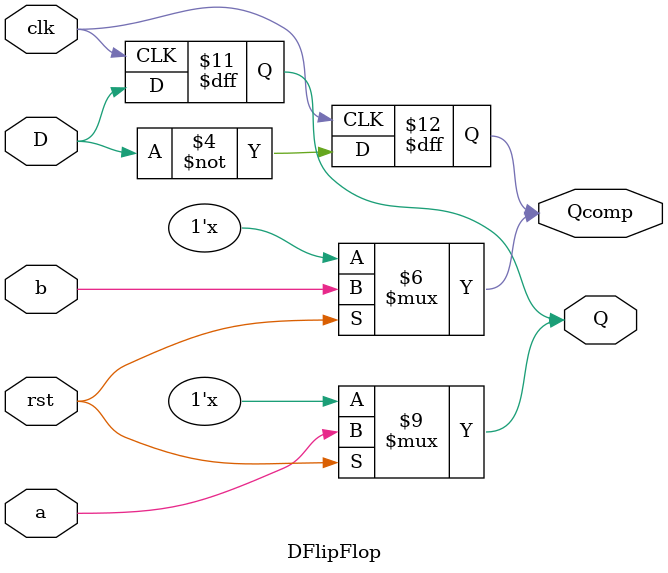
<source format=v>
module ringcounter(Q0,Q1,Q2,Q3,Q0comp,Q1comp,Q2comp,Q3comp,clk,rst);

input clk,rst;
output Q0,Q1,Q2,Q3,Q0comp,Q1comp,Q2comp,Q3comp;
wire D0,D1,D2,D3,a,b;

assign a = 1;
assign b = 0;

buf(D0,Q1);
buf(D1,Q2);
buf(D2,Q3);
xor(D3,Q0,Q1);

DFlipFlop DQ0(Q0,Q0comp,D0,clk,rst,a,b);
DFlipFlop DQ1(Q1,Q1comp,D1,clk,rst,b,a);
DFlipFlop DQ2(Q2,Q2comp,D2,clk,rst,b,a);
DFlipFlop DQ3(Q3,Q3comp,D3,clk,rst,a,b);

endmodule

module DFlipFlop(Q,Qcomp,D,clk,rst,a,b);

input D,clk,rst,a,b;
output reg Q,Qcomp;

always @(clk | rst)
begin
   if(rst == 1)
     begin 
       Q = a;
       Qcomp = b;
     end
end

always @(posedge clk)
begin
   Q = D;
   Qcomp = ~Q;
end

endmodule
</source>
